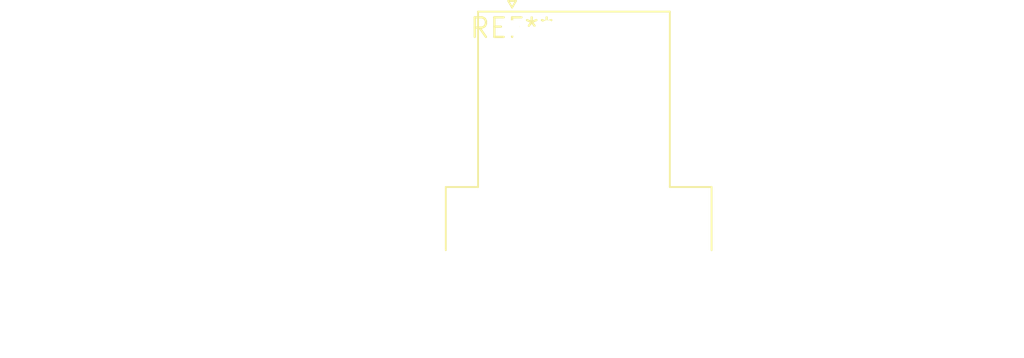
<source format=kicad_pcb>
(kicad_pcb (version 20240108) (generator pcbnew)
  (layers (0 "F.Cu" signal) (31 "B.Cu" signal) (34 "B.Paste" user) (35 "F.Paste" user) (36 "B.SilkS" user "B.Silkscreen") (37 "F.SilkS" user "F.Silkscreen") (38 "B.Mask" user) (39 "F.Mask" user) (44 "Edge.Cuts" user))
  (net 0 "")
  (footprint "DSUB-15-HD_Male_Horizontal_P2.29x2.54mm_EdgePinOffset9.40mm" (layer "F.Cu") (at 0 0)
    (property "Reference" "REF**")
    (property "Value" "DSUB-15-HD_Male_Horizontal_P2.29x2.54mm_EdgePinOffset9.40mm")
    (fp_line (start -4.295 10.32) (end -2.205 10.32) (layer "F.SilkS") (stroke (width 0.12)))
    (fp_line (start -4.295 14.42) (end -4.295 10.32) (layer "F.SilkS") (stroke (width 0.12)))
    (fp_line (start -2.205 -1.06) (end 10.22 -1.06) (layer "F.SilkS") (stroke (width 0.12)))
    (fp_line (start -2.205 10.32) (end -2.205 -1.06) (layer "F.SilkS") (stroke (width 0.12)))
    (fp_line (start -0.25 -1.754338) (end 0.25 -1.754338) (layer "F.SilkS") (stroke (width 0.12)))
    (fp_line (start 0 -1.321325) (end -0.25 -1.754338) (layer "F.SilkS") (stroke (width 0.12)))
    (fp_line (start 0.25 -1.754338) (end 0 -1.321325) (layer "F.SilkS") (stroke (width 0.12)))
    (fp_line (start 10.22 -1.06) (end 10.22 10.32) (layer "F.SilkS") (stroke (width 0.12)))
    (fp_line (start 10.22 10.32) (end 12.925 10.32) (layer "F.SilkS") (stroke (width 0.12)))
    (fp_line (start 12.925 10.32) (end 12.925 14.42) (layer "F.SilkS") (stroke (width 0.12)))
    (pad "1" thru_hole rect (at 0 0) (size 1.6 1.6) (drill 1) (layers *.Cu *.Mask) (remove_unused_layers))
    (pad "2" thru_hole circle (at 2.29 0) (size 1.6 1.6) (drill 1) (layers *.Cu *.Mask) (remove_unused_layers))
    (pad "3" thru_hole circle (at 4.58 0) (size 1.6 1.6) (drill 1) (layers *.Cu *.Mask) (remove_unused_layers))
    (pad "4" thru_hole circle (at 6.87 0) (size 1.6 1.6) (drill 1) (layers *.Cu *.Mask) (remove_unused_layers))
    (pad "5" thru_hole circle (at 9.16 0) (size 1.6 1.6) (drill 1) (layers *.Cu *.Mask) (remove_unused_layers))
    (pad "6" thru_hole circle (at -1.145 2.54) (size 1.6 1.6) (drill 1) (layers *.Cu *.Mask) (remove_unused_layers))
    (pad "7" thru_hole circle (at 1.145 2.54) (size 1.6 1.6) (drill 1) (layers *.Cu *.Mask) (remove_unused_layers))
    (pad "8" thru_hole circle (at 3.435 2.54) (size 1.6 1.6) (drill 1) (layers *.Cu *.Mask) (remove_unused_layers))
    (pad "9" thru_hole circle (at 5.725 2.54) (size 1.6 1.6) (drill 1) (layers *.Cu *.Mask) (remove_unused_layers))
    (pad "10" thru_hole circle (at 8.015 2.54) (size 1.6 1.6) (drill 1) (layers *.Cu *.Mask) (remove_unused_layers))
    (pad "11" thru_hole circle (at 0 5.08) (size 1.6 1.6) (drill 1) (layers *.Cu *.Mask) (remove_unused_layers))
    (pad "12" thru_hole circle (at 2.29 5.08) (size 1.6 1.6) (drill 1) (layers *.Cu *.Mask) (remove_unused_layers))
    (pad "13" thru_hole circle (at 4.58 5.08) (size 1.6 1.6) (drill 1) (layers *.Cu *.Mask) (remove_unused_layers))
    (pad "14" thru_hole circle (at 6.87 5.08) (size 1.6 1.6) (drill 1) (layers *.Cu *.Mask) (remove_unused_layers))
    (pad "15" thru_hole circle (at 9.16 5.08) (size 1.6 1.6) (drill 1) (layers *.Cu *.Mask) (remove_unused_layers))
  )
)
</source>
